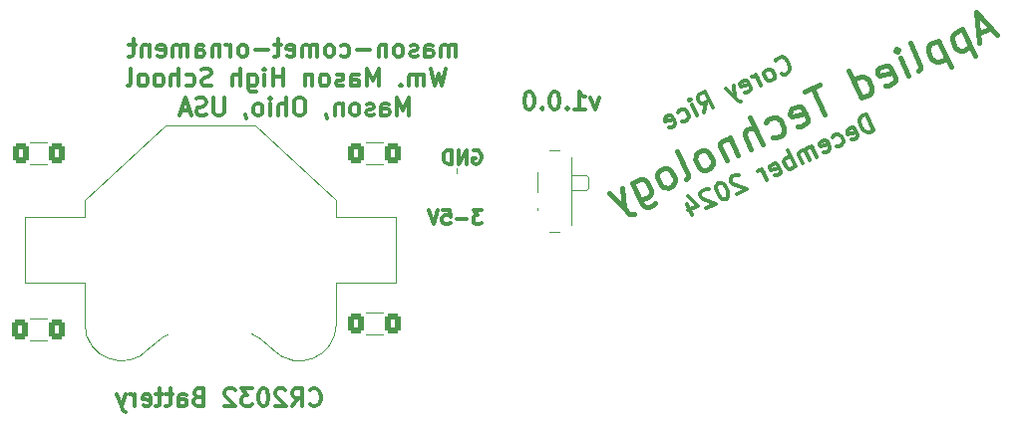
<source format=gbo>
%TF.GenerationSoftware,KiCad,Pcbnew,8.0.6*%
%TF.CreationDate,2024-11-25T21:33:12-05:00*%
%TF.ProjectId,mason-comet-ornament,6d61736f-6e2d-4636-9f6d-65742d6f726e,rev?*%
%TF.SameCoordinates,Original*%
%TF.FileFunction,Legend,Bot*%
%TF.FilePolarity,Positive*%
%FSLAX46Y46*%
G04 Gerber Fmt 4.6, Leading zero omitted, Abs format (unit mm)*
G04 Created by KiCad (PCBNEW 8.0.6) date 2024-11-25 21:33:12*
%MOMM*%
%LPD*%
G01*
G04 APERTURE LIST*
G04 Aperture macros list*
%AMRoundRect*
0 Rectangle with rounded corners*
0 $1 Rounding radius*
0 $2 $3 $4 $5 $6 $7 $8 $9 X,Y pos of 4 corners*
0 Add a 4 corners polygon primitive as box body*
4,1,4,$2,$3,$4,$5,$6,$7,$8,$9,$2,$3,0*
0 Add four circle primitives for the rounded corners*
1,1,$1+$1,$2,$3*
1,1,$1+$1,$4,$5*
1,1,$1+$1,$6,$7*
1,1,$1+$1,$8,$9*
0 Add four rect primitives between the rounded corners*
20,1,$1+$1,$2,$3,$4,$5,0*
20,1,$1+$1,$4,$5,$6,$7,0*
20,1,$1+$1,$6,$7,$8,$9,0*
20,1,$1+$1,$8,$9,$2,$3,0*%
G04 Aperture macros list end*
%ADD10C,0.300000*%
%ADD11C,0.400000*%
%ADD12C,0.120000*%
%ADD13C,0.100000*%
%ADD14RoundRect,0.250000X0.400000X0.625000X-0.400000X0.625000X-0.400000X-0.625000X0.400000X-0.625000X0*%
%ADD15RoundRect,0.250000X-0.400000X-0.625000X0.400000X-0.625000X0.400000X0.625000X-0.400000X0.625000X0*%
%ADD16R,5.000000X5.000000*%
%ADD17C,16.000000*%
%ADD18R,0.850000X0.850000*%
%ADD19C,0.900000*%
%ADD20R,0.800000X1.000000*%
%ADD21R,1.500000X0.700000*%
G04 APERTURE END LIST*
D10*
X61945489Y-38050828D02*
X61945489Y-36550828D01*
X61945489Y-36550828D02*
X61445489Y-37622257D01*
X61445489Y-37622257D02*
X60945489Y-36550828D01*
X60945489Y-36550828D02*
X60945489Y-38050828D01*
X59588346Y-38050828D02*
X59588346Y-37265114D01*
X59588346Y-37265114D02*
X59659774Y-37122257D01*
X59659774Y-37122257D02*
X59802631Y-37050828D01*
X59802631Y-37050828D02*
X60088346Y-37050828D01*
X60088346Y-37050828D02*
X60231203Y-37122257D01*
X59588346Y-37979400D02*
X59731203Y-38050828D01*
X59731203Y-38050828D02*
X60088346Y-38050828D01*
X60088346Y-38050828D02*
X60231203Y-37979400D01*
X60231203Y-37979400D02*
X60302631Y-37836542D01*
X60302631Y-37836542D02*
X60302631Y-37693685D01*
X60302631Y-37693685D02*
X60231203Y-37550828D01*
X60231203Y-37550828D02*
X60088346Y-37479400D01*
X60088346Y-37479400D02*
X59731203Y-37479400D01*
X59731203Y-37479400D02*
X59588346Y-37407971D01*
X58945488Y-37979400D02*
X58802631Y-38050828D01*
X58802631Y-38050828D02*
X58516917Y-38050828D01*
X58516917Y-38050828D02*
X58374060Y-37979400D01*
X58374060Y-37979400D02*
X58302631Y-37836542D01*
X58302631Y-37836542D02*
X58302631Y-37765114D01*
X58302631Y-37765114D02*
X58374060Y-37622257D01*
X58374060Y-37622257D02*
X58516917Y-37550828D01*
X58516917Y-37550828D02*
X58731203Y-37550828D01*
X58731203Y-37550828D02*
X58874060Y-37479400D01*
X58874060Y-37479400D02*
X58945488Y-37336542D01*
X58945488Y-37336542D02*
X58945488Y-37265114D01*
X58945488Y-37265114D02*
X58874060Y-37122257D01*
X58874060Y-37122257D02*
X58731203Y-37050828D01*
X58731203Y-37050828D02*
X58516917Y-37050828D01*
X58516917Y-37050828D02*
X58374060Y-37122257D01*
X57445488Y-38050828D02*
X57588345Y-37979400D01*
X57588345Y-37979400D02*
X57659774Y-37907971D01*
X57659774Y-37907971D02*
X57731202Y-37765114D01*
X57731202Y-37765114D02*
X57731202Y-37336542D01*
X57731202Y-37336542D02*
X57659774Y-37193685D01*
X57659774Y-37193685D02*
X57588345Y-37122257D01*
X57588345Y-37122257D02*
X57445488Y-37050828D01*
X57445488Y-37050828D02*
X57231202Y-37050828D01*
X57231202Y-37050828D02*
X57088345Y-37122257D01*
X57088345Y-37122257D02*
X57016917Y-37193685D01*
X57016917Y-37193685D02*
X56945488Y-37336542D01*
X56945488Y-37336542D02*
X56945488Y-37765114D01*
X56945488Y-37765114D02*
X57016917Y-37907971D01*
X57016917Y-37907971D02*
X57088345Y-37979400D01*
X57088345Y-37979400D02*
X57231202Y-38050828D01*
X57231202Y-38050828D02*
X57445488Y-38050828D01*
X56302631Y-37050828D02*
X56302631Y-38050828D01*
X56302631Y-37193685D02*
X56231202Y-37122257D01*
X56231202Y-37122257D02*
X56088345Y-37050828D01*
X56088345Y-37050828D02*
X55874059Y-37050828D01*
X55874059Y-37050828D02*
X55731202Y-37122257D01*
X55731202Y-37122257D02*
X55659774Y-37265114D01*
X55659774Y-37265114D02*
X55659774Y-38050828D01*
X54874059Y-37979400D02*
X54874059Y-38050828D01*
X54874059Y-38050828D02*
X54945488Y-38193685D01*
X54945488Y-38193685D02*
X55016916Y-38265114D01*
X52802630Y-36550828D02*
X52516916Y-36550828D01*
X52516916Y-36550828D02*
X52374059Y-36622257D01*
X52374059Y-36622257D02*
X52231202Y-36765114D01*
X52231202Y-36765114D02*
X52159773Y-37050828D01*
X52159773Y-37050828D02*
X52159773Y-37550828D01*
X52159773Y-37550828D02*
X52231202Y-37836542D01*
X52231202Y-37836542D02*
X52374059Y-37979400D01*
X52374059Y-37979400D02*
X52516916Y-38050828D01*
X52516916Y-38050828D02*
X52802630Y-38050828D01*
X52802630Y-38050828D02*
X52945488Y-37979400D01*
X52945488Y-37979400D02*
X53088345Y-37836542D01*
X53088345Y-37836542D02*
X53159773Y-37550828D01*
X53159773Y-37550828D02*
X53159773Y-37050828D01*
X53159773Y-37050828D02*
X53088345Y-36765114D01*
X53088345Y-36765114D02*
X52945488Y-36622257D01*
X52945488Y-36622257D02*
X52802630Y-36550828D01*
X51516916Y-38050828D02*
X51516916Y-36550828D01*
X50874059Y-38050828D02*
X50874059Y-37265114D01*
X50874059Y-37265114D02*
X50945487Y-37122257D01*
X50945487Y-37122257D02*
X51088344Y-37050828D01*
X51088344Y-37050828D02*
X51302630Y-37050828D01*
X51302630Y-37050828D02*
X51445487Y-37122257D01*
X51445487Y-37122257D02*
X51516916Y-37193685D01*
X50159773Y-38050828D02*
X50159773Y-37050828D01*
X50159773Y-36550828D02*
X50231201Y-36622257D01*
X50231201Y-36622257D02*
X50159773Y-36693685D01*
X50159773Y-36693685D02*
X50088344Y-36622257D01*
X50088344Y-36622257D02*
X50159773Y-36550828D01*
X50159773Y-36550828D02*
X50159773Y-36693685D01*
X49231201Y-38050828D02*
X49374058Y-37979400D01*
X49374058Y-37979400D02*
X49445487Y-37907971D01*
X49445487Y-37907971D02*
X49516915Y-37765114D01*
X49516915Y-37765114D02*
X49516915Y-37336542D01*
X49516915Y-37336542D02*
X49445487Y-37193685D01*
X49445487Y-37193685D02*
X49374058Y-37122257D01*
X49374058Y-37122257D02*
X49231201Y-37050828D01*
X49231201Y-37050828D02*
X49016915Y-37050828D01*
X49016915Y-37050828D02*
X48874058Y-37122257D01*
X48874058Y-37122257D02*
X48802630Y-37193685D01*
X48802630Y-37193685D02*
X48731201Y-37336542D01*
X48731201Y-37336542D02*
X48731201Y-37765114D01*
X48731201Y-37765114D02*
X48802630Y-37907971D01*
X48802630Y-37907971D02*
X48874058Y-37979400D01*
X48874058Y-37979400D02*
X49016915Y-38050828D01*
X49016915Y-38050828D02*
X49231201Y-38050828D01*
X48016915Y-37979400D02*
X48016915Y-38050828D01*
X48016915Y-38050828D02*
X48088344Y-38193685D01*
X48088344Y-38193685D02*
X48159772Y-38265114D01*
X46231201Y-36550828D02*
X46231201Y-37765114D01*
X46231201Y-37765114D02*
X46159772Y-37907971D01*
X46159772Y-37907971D02*
X46088344Y-37979400D01*
X46088344Y-37979400D02*
X45945486Y-38050828D01*
X45945486Y-38050828D02*
X45659772Y-38050828D01*
X45659772Y-38050828D02*
X45516915Y-37979400D01*
X45516915Y-37979400D02*
X45445486Y-37907971D01*
X45445486Y-37907971D02*
X45374058Y-37765114D01*
X45374058Y-37765114D02*
X45374058Y-36550828D01*
X44731200Y-37979400D02*
X44516915Y-38050828D01*
X44516915Y-38050828D02*
X44159772Y-38050828D01*
X44159772Y-38050828D02*
X44016915Y-37979400D01*
X44016915Y-37979400D02*
X43945486Y-37907971D01*
X43945486Y-37907971D02*
X43874057Y-37765114D01*
X43874057Y-37765114D02*
X43874057Y-37622257D01*
X43874057Y-37622257D02*
X43945486Y-37479400D01*
X43945486Y-37479400D02*
X44016915Y-37407971D01*
X44016915Y-37407971D02*
X44159772Y-37336542D01*
X44159772Y-37336542D02*
X44445486Y-37265114D01*
X44445486Y-37265114D02*
X44588343Y-37193685D01*
X44588343Y-37193685D02*
X44659772Y-37122257D01*
X44659772Y-37122257D02*
X44731200Y-36979400D01*
X44731200Y-36979400D02*
X44731200Y-36836542D01*
X44731200Y-36836542D02*
X44659772Y-36693685D01*
X44659772Y-36693685D02*
X44588343Y-36622257D01*
X44588343Y-36622257D02*
X44445486Y-36550828D01*
X44445486Y-36550828D02*
X44088343Y-36550828D01*
X44088343Y-36550828D02*
X43874057Y-36622257D01*
X43302629Y-37622257D02*
X42588344Y-37622257D01*
X43445486Y-38050828D02*
X42945486Y-36550828D01*
X42945486Y-36550828D02*
X42445486Y-38050828D01*
X53516984Y-62646779D02*
X53588412Y-62718208D01*
X53588412Y-62718208D02*
X53802698Y-62789636D01*
X53802698Y-62789636D02*
X53945555Y-62789636D01*
X53945555Y-62789636D02*
X54159841Y-62718208D01*
X54159841Y-62718208D02*
X54302698Y-62575350D01*
X54302698Y-62575350D02*
X54374127Y-62432493D01*
X54374127Y-62432493D02*
X54445555Y-62146779D01*
X54445555Y-62146779D02*
X54445555Y-61932493D01*
X54445555Y-61932493D02*
X54374127Y-61646779D01*
X54374127Y-61646779D02*
X54302698Y-61503922D01*
X54302698Y-61503922D02*
X54159841Y-61361065D01*
X54159841Y-61361065D02*
X53945555Y-61289636D01*
X53945555Y-61289636D02*
X53802698Y-61289636D01*
X53802698Y-61289636D02*
X53588412Y-61361065D01*
X53588412Y-61361065D02*
X53516984Y-61432493D01*
X52016984Y-62789636D02*
X52516984Y-62075350D01*
X52874127Y-62789636D02*
X52874127Y-61289636D01*
X52874127Y-61289636D02*
X52302698Y-61289636D01*
X52302698Y-61289636D02*
X52159841Y-61361065D01*
X52159841Y-61361065D02*
X52088412Y-61432493D01*
X52088412Y-61432493D02*
X52016984Y-61575350D01*
X52016984Y-61575350D02*
X52016984Y-61789636D01*
X52016984Y-61789636D02*
X52088412Y-61932493D01*
X52088412Y-61932493D02*
X52159841Y-62003922D01*
X52159841Y-62003922D02*
X52302698Y-62075350D01*
X52302698Y-62075350D02*
X52874127Y-62075350D01*
X51445555Y-61432493D02*
X51374127Y-61361065D01*
X51374127Y-61361065D02*
X51231270Y-61289636D01*
X51231270Y-61289636D02*
X50874127Y-61289636D01*
X50874127Y-61289636D02*
X50731270Y-61361065D01*
X50731270Y-61361065D02*
X50659841Y-61432493D01*
X50659841Y-61432493D02*
X50588412Y-61575350D01*
X50588412Y-61575350D02*
X50588412Y-61718208D01*
X50588412Y-61718208D02*
X50659841Y-61932493D01*
X50659841Y-61932493D02*
X51516984Y-62789636D01*
X51516984Y-62789636D02*
X50588412Y-62789636D01*
X49659841Y-61289636D02*
X49516984Y-61289636D01*
X49516984Y-61289636D02*
X49374127Y-61361065D01*
X49374127Y-61361065D02*
X49302699Y-61432493D01*
X49302699Y-61432493D02*
X49231270Y-61575350D01*
X49231270Y-61575350D02*
X49159841Y-61861065D01*
X49159841Y-61861065D02*
X49159841Y-62218208D01*
X49159841Y-62218208D02*
X49231270Y-62503922D01*
X49231270Y-62503922D02*
X49302699Y-62646779D01*
X49302699Y-62646779D02*
X49374127Y-62718208D01*
X49374127Y-62718208D02*
X49516984Y-62789636D01*
X49516984Y-62789636D02*
X49659841Y-62789636D01*
X49659841Y-62789636D02*
X49802699Y-62718208D01*
X49802699Y-62718208D02*
X49874127Y-62646779D01*
X49874127Y-62646779D02*
X49945556Y-62503922D01*
X49945556Y-62503922D02*
X50016984Y-62218208D01*
X50016984Y-62218208D02*
X50016984Y-61861065D01*
X50016984Y-61861065D02*
X49945556Y-61575350D01*
X49945556Y-61575350D02*
X49874127Y-61432493D01*
X49874127Y-61432493D02*
X49802699Y-61361065D01*
X49802699Y-61361065D02*
X49659841Y-61289636D01*
X48659842Y-61289636D02*
X47731270Y-61289636D01*
X47731270Y-61289636D02*
X48231270Y-61861065D01*
X48231270Y-61861065D02*
X48016985Y-61861065D01*
X48016985Y-61861065D02*
X47874128Y-61932493D01*
X47874128Y-61932493D02*
X47802699Y-62003922D01*
X47802699Y-62003922D02*
X47731270Y-62146779D01*
X47731270Y-62146779D02*
X47731270Y-62503922D01*
X47731270Y-62503922D02*
X47802699Y-62646779D01*
X47802699Y-62646779D02*
X47874128Y-62718208D01*
X47874128Y-62718208D02*
X48016985Y-62789636D01*
X48016985Y-62789636D02*
X48445556Y-62789636D01*
X48445556Y-62789636D02*
X48588413Y-62718208D01*
X48588413Y-62718208D02*
X48659842Y-62646779D01*
X47159842Y-61432493D02*
X47088414Y-61361065D01*
X47088414Y-61361065D02*
X46945557Y-61289636D01*
X46945557Y-61289636D02*
X46588414Y-61289636D01*
X46588414Y-61289636D02*
X46445557Y-61361065D01*
X46445557Y-61361065D02*
X46374128Y-61432493D01*
X46374128Y-61432493D02*
X46302699Y-61575350D01*
X46302699Y-61575350D02*
X46302699Y-61718208D01*
X46302699Y-61718208D02*
X46374128Y-61932493D01*
X46374128Y-61932493D02*
X47231271Y-62789636D01*
X47231271Y-62789636D02*
X46302699Y-62789636D01*
X44016986Y-62003922D02*
X43802700Y-62075350D01*
X43802700Y-62075350D02*
X43731271Y-62146779D01*
X43731271Y-62146779D02*
X43659843Y-62289636D01*
X43659843Y-62289636D02*
X43659843Y-62503922D01*
X43659843Y-62503922D02*
X43731271Y-62646779D01*
X43731271Y-62646779D02*
X43802700Y-62718208D01*
X43802700Y-62718208D02*
X43945557Y-62789636D01*
X43945557Y-62789636D02*
X44516986Y-62789636D01*
X44516986Y-62789636D02*
X44516986Y-61289636D01*
X44516986Y-61289636D02*
X44016986Y-61289636D01*
X44016986Y-61289636D02*
X43874129Y-61361065D01*
X43874129Y-61361065D02*
X43802700Y-61432493D01*
X43802700Y-61432493D02*
X43731271Y-61575350D01*
X43731271Y-61575350D02*
X43731271Y-61718208D01*
X43731271Y-61718208D02*
X43802700Y-61861065D01*
X43802700Y-61861065D02*
X43874129Y-61932493D01*
X43874129Y-61932493D02*
X44016986Y-62003922D01*
X44016986Y-62003922D02*
X44516986Y-62003922D01*
X42374129Y-62789636D02*
X42374129Y-62003922D01*
X42374129Y-62003922D02*
X42445557Y-61861065D01*
X42445557Y-61861065D02*
X42588414Y-61789636D01*
X42588414Y-61789636D02*
X42874129Y-61789636D01*
X42874129Y-61789636D02*
X43016986Y-61861065D01*
X42374129Y-62718208D02*
X42516986Y-62789636D01*
X42516986Y-62789636D02*
X42874129Y-62789636D01*
X42874129Y-62789636D02*
X43016986Y-62718208D01*
X43016986Y-62718208D02*
X43088414Y-62575350D01*
X43088414Y-62575350D02*
X43088414Y-62432493D01*
X43088414Y-62432493D02*
X43016986Y-62289636D01*
X43016986Y-62289636D02*
X42874129Y-62218208D01*
X42874129Y-62218208D02*
X42516986Y-62218208D01*
X42516986Y-62218208D02*
X42374129Y-62146779D01*
X41874128Y-61789636D02*
X41302700Y-61789636D01*
X41659843Y-61289636D02*
X41659843Y-62575350D01*
X41659843Y-62575350D02*
X41588414Y-62718208D01*
X41588414Y-62718208D02*
X41445557Y-62789636D01*
X41445557Y-62789636D02*
X41302700Y-62789636D01*
X41016985Y-61789636D02*
X40445557Y-61789636D01*
X40802700Y-61289636D02*
X40802700Y-62575350D01*
X40802700Y-62575350D02*
X40731271Y-62718208D01*
X40731271Y-62718208D02*
X40588414Y-62789636D01*
X40588414Y-62789636D02*
X40445557Y-62789636D01*
X39374128Y-62718208D02*
X39516985Y-62789636D01*
X39516985Y-62789636D02*
X39802700Y-62789636D01*
X39802700Y-62789636D02*
X39945557Y-62718208D01*
X39945557Y-62718208D02*
X40016985Y-62575350D01*
X40016985Y-62575350D02*
X40016985Y-62003922D01*
X40016985Y-62003922D02*
X39945557Y-61861065D01*
X39945557Y-61861065D02*
X39802700Y-61789636D01*
X39802700Y-61789636D02*
X39516985Y-61789636D01*
X39516985Y-61789636D02*
X39374128Y-61861065D01*
X39374128Y-61861065D02*
X39302700Y-62003922D01*
X39302700Y-62003922D02*
X39302700Y-62146779D01*
X39302700Y-62146779D02*
X40016985Y-62289636D01*
X38659843Y-62789636D02*
X38659843Y-61789636D01*
X38659843Y-62075350D02*
X38588414Y-61932493D01*
X38588414Y-61932493D02*
X38516986Y-61861065D01*
X38516986Y-61861065D02*
X38374128Y-61789636D01*
X38374128Y-61789636D02*
X38231271Y-61789636D01*
X37874129Y-61789636D02*
X37516986Y-62789636D01*
X37159843Y-61789636D02*
X37516986Y-62789636D01*
X37516986Y-62789636D02*
X37659843Y-63146779D01*
X37659843Y-63146779D02*
X37731272Y-63218208D01*
X37731272Y-63218208D02*
X37874129Y-63289636D01*
X65088346Y-34050828D02*
X64731203Y-35550828D01*
X64731203Y-35550828D02*
X64445489Y-34479400D01*
X64445489Y-34479400D02*
X64159774Y-35550828D01*
X64159774Y-35550828D02*
X63802632Y-34050828D01*
X63231203Y-35550828D02*
X63231203Y-34550828D01*
X63231203Y-34693685D02*
X63159774Y-34622257D01*
X63159774Y-34622257D02*
X63016917Y-34550828D01*
X63016917Y-34550828D02*
X62802631Y-34550828D01*
X62802631Y-34550828D02*
X62659774Y-34622257D01*
X62659774Y-34622257D02*
X62588346Y-34765114D01*
X62588346Y-34765114D02*
X62588346Y-35550828D01*
X62588346Y-34765114D02*
X62516917Y-34622257D01*
X62516917Y-34622257D02*
X62374060Y-34550828D01*
X62374060Y-34550828D02*
X62159774Y-34550828D01*
X62159774Y-34550828D02*
X62016917Y-34622257D01*
X62016917Y-34622257D02*
X61945488Y-34765114D01*
X61945488Y-34765114D02*
X61945488Y-35550828D01*
X61231203Y-35407971D02*
X61159774Y-35479400D01*
X61159774Y-35479400D02*
X61231203Y-35550828D01*
X61231203Y-35550828D02*
X61302631Y-35479400D01*
X61302631Y-35479400D02*
X61231203Y-35407971D01*
X61231203Y-35407971D02*
X61231203Y-35550828D01*
X59374060Y-35550828D02*
X59374060Y-34050828D01*
X59374060Y-34050828D02*
X58874060Y-35122257D01*
X58874060Y-35122257D02*
X58374060Y-34050828D01*
X58374060Y-34050828D02*
X58374060Y-35550828D01*
X57016917Y-35550828D02*
X57016917Y-34765114D01*
X57016917Y-34765114D02*
X57088345Y-34622257D01*
X57088345Y-34622257D02*
X57231202Y-34550828D01*
X57231202Y-34550828D02*
X57516917Y-34550828D01*
X57516917Y-34550828D02*
X57659774Y-34622257D01*
X57016917Y-35479400D02*
X57159774Y-35550828D01*
X57159774Y-35550828D02*
X57516917Y-35550828D01*
X57516917Y-35550828D02*
X57659774Y-35479400D01*
X57659774Y-35479400D02*
X57731202Y-35336542D01*
X57731202Y-35336542D02*
X57731202Y-35193685D01*
X57731202Y-35193685D02*
X57659774Y-35050828D01*
X57659774Y-35050828D02*
X57516917Y-34979400D01*
X57516917Y-34979400D02*
X57159774Y-34979400D01*
X57159774Y-34979400D02*
X57016917Y-34907971D01*
X56374059Y-35479400D02*
X56231202Y-35550828D01*
X56231202Y-35550828D02*
X55945488Y-35550828D01*
X55945488Y-35550828D02*
X55802631Y-35479400D01*
X55802631Y-35479400D02*
X55731202Y-35336542D01*
X55731202Y-35336542D02*
X55731202Y-35265114D01*
X55731202Y-35265114D02*
X55802631Y-35122257D01*
X55802631Y-35122257D02*
X55945488Y-35050828D01*
X55945488Y-35050828D02*
X56159774Y-35050828D01*
X56159774Y-35050828D02*
X56302631Y-34979400D01*
X56302631Y-34979400D02*
X56374059Y-34836542D01*
X56374059Y-34836542D02*
X56374059Y-34765114D01*
X56374059Y-34765114D02*
X56302631Y-34622257D01*
X56302631Y-34622257D02*
X56159774Y-34550828D01*
X56159774Y-34550828D02*
X55945488Y-34550828D01*
X55945488Y-34550828D02*
X55802631Y-34622257D01*
X54874059Y-35550828D02*
X55016916Y-35479400D01*
X55016916Y-35479400D02*
X55088345Y-35407971D01*
X55088345Y-35407971D02*
X55159773Y-35265114D01*
X55159773Y-35265114D02*
X55159773Y-34836542D01*
X55159773Y-34836542D02*
X55088345Y-34693685D01*
X55088345Y-34693685D02*
X55016916Y-34622257D01*
X55016916Y-34622257D02*
X54874059Y-34550828D01*
X54874059Y-34550828D02*
X54659773Y-34550828D01*
X54659773Y-34550828D02*
X54516916Y-34622257D01*
X54516916Y-34622257D02*
X54445488Y-34693685D01*
X54445488Y-34693685D02*
X54374059Y-34836542D01*
X54374059Y-34836542D02*
X54374059Y-35265114D01*
X54374059Y-35265114D02*
X54445488Y-35407971D01*
X54445488Y-35407971D02*
X54516916Y-35479400D01*
X54516916Y-35479400D02*
X54659773Y-35550828D01*
X54659773Y-35550828D02*
X54874059Y-35550828D01*
X53731202Y-34550828D02*
X53731202Y-35550828D01*
X53731202Y-34693685D02*
X53659773Y-34622257D01*
X53659773Y-34622257D02*
X53516916Y-34550828D01*
X53516916Y-34550828D02*
X53302630Y-34550828D01*
X53302630Y-34550828D02*
X53159773Y-34622257D01*
X53159773Y-34622257D02*
X53088345Y-34765114D01*
X53088345Y-34765114D02*
X53088345Y-35550828D01*
X51231202Y-35550828D02*
X51231202Y-34050828D01*
X51231202Y-34765114D02*
X50374059Y-34765114D01*
X50374059Y-35550828D02*
X50374059Y-34050828D01*
X49659773Y-35550828D02*
X49659773Y-34550828D01*
X49659773Y-34050828D02*
X49731201Y-34122257D01*
X49731201Y-34122257D02*
X49659773Y-34193685D01*
X49659773Y-34193685D02*
X49588344Y-34122257D01*
X49588344Y-34122257D02*
X49659773Y-34050828D01*
X49659773Y-34050828D02*
X49659773Y-34193685D01*
X48302630Y-34550828D02*
X48302630Y-35765114D01*
X48302630Y-35765114D02*
X48374058Y-35907971D01*
X48374058Y-35907971D02*
X48445487Y-35979400D01*
X48445487Y-35979400D02*
X48588344Y-36050828D01*
X48588344Y-36050828D02*
X48802630Y-36050828D01*
X48802630Y-36050828D02*
X48945487Y-35979400D01*
X48302630Y-35479400D02*
X48445487Y-35550828D01*
X48445487Y-35550828D02*
X48731201Y-35550828D01*
X48731201Y-35550828D02*
X48874058Y-35479400D01*
X48874058Y-35479400D02*
X48945487Y-35407971D01*
X48945487Y-35407971D02*
X49016915Y-35265114D01*
X49016915Y-35265114D02*
X49016915Y-34836542D01*
X49016915Y-34836542D02*
X48945487Y-34693685D01*
X48945487Y-34693685D02*
X48874058Y-34622257D01*
X48874058Y-34622257D02*
X48731201Y-34550828D01*
X48731201Y-34550828D02*
X48445487Y-34550828D01*
X48445487Y-34550828D02*
X48302630Y-34622257D01*
X47588344Y-35550828D02*
X47588344Y-34050828D01*
X46945487Y-35550828D02*
X46945487Y-34765114D01*
X46945487Y-34765114D02*
X47016915Y-34622257D01*
X47016915Y-34622257D02*
X47159772Y-34550828D01*
X47159772Y-34550828D02*
X47374058Y-34550828D01*
X47374058Y-34550828D02*
X47516915Y-34622257D01*
X47516915Y-34622257D02*
X47588344Y-34693685D01*
X45159772Y-35479400D02*
X44945487Y-35550828D01*
X44945487Y-35550828D02*
X44588344Y-35550828D01*
X44588344Y-35550828D02*
X44445487Y-35479400D01*
X44445487Y-35479400D02*
X44374058Y-35407971D01*
X44374058Y-35407971D02*
X44302629Y-35265114D01*
X44302629Y-35265114D02*
X44302629Y-35122257D01*
X44302629Y-35122257D02*
X44374058Y-34979400D01*
X44374058Y-34979400D02*
X44445487Y-34907971D01*
X44445487Y-34907971D02*
X44588344Y-34836542D01*
X44588344Y-34836542D02*
X44874058Y-34765114D01*
X44874058Y-34765114D02*
X45016915Y-34693685D01*
X45016915Y-34693685D02*
X45088344Y-34622257D01*
X45088344Y-34622257D02*
X45159772Y-34479400D01*
X45159772Y-34479400D02*
X45159772Y-34336542D01*
X45159772Y-34336542D02*
X45088344Y-34193685D01*
X45088344Y-34193685D02*
X45016915Y-34122257D01*
X45016915Y-34122257D02*
X44874058Y-34050828D01*
X44874058Y-34050828D02*
X44516915Y-34050828D01*
X44516915Y-34050828D02*
X44302629Y-34122257D01*
X43016916Y-35479400D02*
X43159773Y-35550828D01*
X43159773Y-35550828D02*
X43445487Y-35550828D01*
X43445487Y-35550828D02*
X43588344Y-35479400D01*
X43588344Y-35479400D02*
X43659773Y-35407971D01*
X43659773Y-35407971D02*
X43731201Y-35265114D01*
X43731201Y-35265114D02*
X43731201Y-34836542D01*
X43731201Y-34836542D02*
X43659773Y-34693685D01*
X43659773Y-34693685D02*
X43588344Y-34622257D01*
X43588344Y-34622257D02*
X43445487Y-34550828D01*
X43445487Y-34550828D02*
X43159773Y-34550828D01*
X43159773Y-34550828D02*
X43016916Y-34622257D01*
X42374059Y-35550828D02*
X42374059Y-34050828D01*
X41731202Y-35550828D02*
X41731202Y-34765114D01*
X41731202Y-34765114D02*
X41802630Y-34622257D01*
X41802630Y-34622257D02*
X41945487Y-34550828D01*
X41945487Y-34550828D02*
X42159773Y-34550828D01*
X42159773Y-34550828D02*
X42302630Y-34622257D01*
X42302630Y-34622257D02*
X42374059Y-34693685D01*
X40802630Y-35550828D02*
X40945487Y-35479400D01*
X40945487Y-35479400D02*
X41016916Y-35407971D01*
X41016916Y-35407971D02*
X41088344Y-35265114D01*
X41088344Y-35265114D02*
X41088344Y-34836542D01*
X41088344Y-34836542D02*
X41016916Y-34693685D01*
X41016916Y-34693685D02*
X40945487Y-34622257D01*
X40945487Y-34622257D02*
X40802630Y-34550828D01*
X40802630Y-34550828D02*
X40588344Y-34550828D01*
X40588344Y-34550828D02*
X40445487Y-34622257D01*
X40445487Y-34622257D02*
X40374059Y-34693685D01*
X40374059Y-34693685D02*
X40302630Y-34836542D01*
X40302630Y-34836542D02*
X40302630Y-35265114D01*
X40302630Y-35265114D02*
X40374059Y-35407971D01*
X40374059Y-35407971D02*
X40445487Y-35479400D01*
X40445487Y-35479400D02*
X40588344Y-35550828D01*
X40588344Y-35550828D02*
X40802630Y-35550828D01*
X39445487Y-35550828D02*
X39588344Y-35479400D01*
X39588344Y-35479400D02*
X39659773Y-35407971D01*
X39659773Y-35407971D02*
X39731201Y-35265114D01*
X39731201Y-35265114D02*
X39731201Y-34836542D01*
X39731201Y-34836542D02*
X39659773Y-34693685D01*
X39659773Y-34693685D02*
X39588344Y-34622257D01*
X39588344Y-34622257D02*
X39445487Y-34550828D01*
X39445487Y-34550828D02*
X39231201Y-34550828D01*
X39231201Y-34550828D02*
X39088344Y-34622257D01*
X39088344Y-34622257D02*
X39016916Y-34693685D01*
X39016916Y-34693685D02*
X38945487Y-34836542D01*
X38945487Y-34836542D02*
X38945487Y-35265114D01*
X38945487Y-35265114D02*
X39016916Y-35407971D01*
X39016916Y-35407971D02*
X39088344Y-35479400D01*
X39088344Y-35479400D02*
X39231201Y-35550828D01*
X39231201Y-35550828D02*
X39445487Y-35550828D01*
X38088344Y-35550828D02*
X38231201Y-35479400D01*
X38231201Y-35479400D02*
X38302630Y-35336542D01*
X38302630Y-35336542D02*
X38302630Y-34050828D01*
X65945489Y-33050828D02*
X65945489Y-32050828D01*
X65945489Y-32193685D02*
X65874060Y-32122257D01*
X65874060Y-32122257D02*
X65731203Y-32050828D01*
X65731203Y-32050828D02*
X65516917Y-32050828D01*
X65516917Y-32050828D02*
X65374060Y-32122257D01*
X65374060Y-32122257D02*
X65302632Y-32265114D01*
X65302632Y-32265114D02*
X65302632Y-33050828D01*
X65302632Y-32265114D02*
X65231203Y-32122257D01*
X65231203Y-32122257D02*
X65088346Y-32050828D01*
X65088346Y-32050828D02*
X64874060Y-32050828D01*
X64874060Y-32050828D02*
X64731203Y-32122257D01*
X64731203Y-32122257D02*
X64659774Y-32265114D01*
X64659774Y-32265114D02*
X64659774Y-33050828D01*
X63302632Y-33050828D02*
X63302632Y-32265114D01*
X63302632Y-32265114D02*
X63374060Y-32122257D01*
X63374060Y-32122257D02*
X63516917Y-32050828D01*
X63516917Y-32050828D02*
X63802632Y-32050828D01*
X63802632Y-32050828D02*
X63945489Y-32122257D01*
X63302632Y-32979400D02*
X63445489Y-33050828D01*
X63445489Y-33050828D02*
X63802632Y-33050828D01*
X63802632Y-33050828D02*
X63945489Y-32979400D01*
X63945489Y-32979400D02*
X64016917Y-32836542D01*
X64016917Y-32836542D02*
X64016917Y-32693685D01*
X64016917Y-32693685D02*
X63945489Y-32550828D01*
X63945489Y-32550828D02*
X63802632Y-32479400D01*
X63802632Y-32479400D02*
X63445489Y-32479400D01*
X63445489Y-32479400D02*
X63302632Y-32407971D01*
X62659774Y-32979400D02*
X62516917Y-33050828D01*
X62516917Y-33050828D02*
X62231203Y-33050828D01*
X62231203Y-33050828D02*
X62088346Y-32979400D01*
X62088346Y-32979400D02*
X62016917Y-32836542D01*
X62016917Y-32836542D02*
X62016917Y-32765114D01*
X62016917Y-32765114D02*
X62088346Y-32622257D01*
X62088346Y-32622257D02*
X62231203Y-32550828D01*
X62231203Y-32550828D02*
X62445489Y-32550828D01*
X62445489Y-32550828D02*
X62588346Y-32479400D01*
X62588346Y-32479400D02*
X62659774Y-32336542D01*
X62659774Y-32336542D02*
X62659774Y-32265114D01*
X62659774Y-32265114D02*
X62588346Y-32122257D01*
X62588346Y-32122257D02*
X62445489Y-32050828D01*
X62445489Y-32050828D02*
X62231203Y-32050828D01*
X62231203Y-32050828D02*
X62088346Y-32122257D01*
X61159774Y-33050828D02*
X61302631Y-32979400D01*
X61302631Y-32979400D02*
X61374060Y-32907971D01*
X61374060Y-32907971D02*
X61445488Y-32765114D01*
X61445488Y-32765114D02*
X61445488Y-32336542D01*
X61445488Y-32336542D02*
X61374060Y-32193685D01*
X61374060Y-32193685D02*
X61302631Y-32122257D01*
X61302631Y-32122257D02*
X61159774Y-32050828D01*
X61159774Y-32050828D02*
X60945488Y-32050828D01*
X60945488Y-32050828D02*
X60802631Y-32122257D01*
X60802631Y-32122257D02*
X60731203Y-32193685D01*
X60731203Y-32193685D02*
X60659774Y-32336542D01*
X60659774Y-32336542D02*
X60659774Y-32765114D01*
X60659774Y-32765114D02*
X60731203Y-32907971D01*
X60731203Y-32907971D02*
X60802631Y-32979400D01*
X60802631Y-32979400D02*
X60945488Y-33050828D01*
X60945488Y-33050828D02*
X61159774Y-33050828D01*
X60016917Y-32050828D02*
X60016917Y-33050828D01*
X60016917Y-32193685D02*
X59945488Y-32122257D01*
X59945488Y-32122257D02*
X59802631Y-32050828D01*
X59802631Y-32050828D02*
X59588345Y-32050828D01*
X59588345Y-32050828D02*
X59445488Y-32122257D01*
X59445488Y-32122257D02*
X59374060Y-32265114D01*
X59374060Y-32265114D02*
X59374060Y-33050828D01*
X58659774Y-32479400D02*
X57516917Y-32479400D01*
X56159774Y-32979400D02*
X56302631Y-33050828D01*
X56302631Y-33050828D02*
X56588345Y-33050828D01*
X56588345Y-33050828D02*
X56731202Y-32979400D01*
X56731202Y-32979400D02*
X56802631Y-32907971D01*
X56802631Y-32907971D02*
X56874059Y-32765114D01*
X56874059Y-32765114D02*
X56874059Y-32336542D01*
X56874059Y-32336542D02*
X56802631Y-32193685D01*
X56802631Y-32193685D02*
X56731202Y-32122257D01*
X56731202Y-32122257D02*
X56588345Y-32050828D01*
X56588345Y-32050828D02*
X56302631Y-32050828D01*
X56302631Y-32050828D02*
X56159774Y-32122257D01*
X55302631Y-33050828D02*
X55445488Y-32979400D01*
X55445488Y-32979400D02*
X55516917Y-32907971D01*
X55516917Y-32907971D02*
X55588345Y-32765114D01*
X55588345Y-32765114D02*
X55588345Y-32336542D01*
X55588345Y-32336542D02*
X55516917Y-32193685D01*
X55516917Y-32193685D02*
X55445488Y-32122257D01*
X55445488Y-32122257D02*
X55302631Y-32050828D01*
X55302631Y-32050828D02*
X55088345Y-32050828D01*
X55088345Y-32050828D02*
X54945488Y-32122257D01*
X54945488Y-32122257D02*
X54874060Y-32193685D01*
X54874060Y-32193685D02*
X54802631Y-32336542D01*
X54802631Y-32336542D02*
X54802631Y-32765114D01*
X54802631Y-32765114D02*
X54874060Y-32907971D01*
X54874060Y-32907971D02*
X54945488Y-32979400D01*
X54945488Y-32979400D02*
X55088345Y-33050828D01*
X55088345Y-33050828D02*
X55302631Y-33050828D01*
X54159774Y-33050828D02*
X54159774Y-32050828D01*
X54159774Y-32193685D02*
X54088345Y-32122257D01*
X54088345Y-32122257D02*
X53945488Y-32050828D01*
X53945488Y-32050828D02*
X53731202Y-32050828D01*
X53731202Y-32050828D02*
X53588345Y-32122257D01*
X53588345Y-32122257D02*
X53516917Y-32265114D01*
X53516917Y-32265114D02*
X53516917Y-33050828D01*
X53516917Y-32265114D02*
X53445488Y-32122257D01*
X53445488Y-32122257D02*
X53302631Y-32050828D01*
X53302631Y-32050828D02*
X53088345Y-32050828D01*
X53088345Y-32050828D02*
X52945488Y-32122257D01*
X52945488Y-32122257D02*
X52874059Y-32265114D01*
X52874059Y-32265114D02*
X52874059Y-33050828D01*
X51588345Y-32979400D02*
X51731202Y-33050828D01*
X51731202Y-33050828D02*
X52016917Y-33050828D01*
X52016917Y-33050828D02*
X52159774Y-32979400D01*
X52159774Y-32979400D02*
X52231202Y-32836542D01*
X52231202Y-32836542D02*
X52231202Y-32265114D01*
X52231202Y-32265114D02*
X52159774Y-32122257D01*
X52159774Y-32122257D02*
X52016917Y-32050828D01*
X52016917Y-32050828D02*
X51731202Y-32050828D01*
X51731202Y-32050828D02*
X51588345Y-32122257D01*
X51588345Y-32122257D02*
X51516917Y-32265114D01*
X51516917Y-32265114D02*
X51516917Y-32407971D01*
X51516917Y-32407971D02*
X52231202Y-32550828D01*
X51088345Y-32050828D02*
X50516917Y-32050828D01*
X50874060Y-31550828D02*
X50874060Y-32836542D01*
X50874060Y-32836542D02*
X50802631Y-32979400D01*
X50802631Y-32979400D02*
X50659774Y-33050828D01*
X50659774Y-33050828D02*
X50516917Y-33050828D01*
X50016917Y-32479400D02*
X48874060Y-32479400D01*
X47945488Y-33050828D02*
X48088345Y-32979400D01*
X48088345Y-32979400D02*
X48159774Y-32907971D01*
X48159774Y-32907971D02*
X48231202Y-32765114D01*
X48231202Y-32765114D02*
X48231202Y-32336542D01*
X48231202Y-32336542D02*
X48159774Y-32193685D01*
X48159774Y-32193685D02*
X48088345Y-32122257D01*
X48088345Y-32122257D02*
X47945488Y-32050828D01*
X47945488Y-32050828D02*
X47731202Y-32050828D01*
X47731202Y-32050828D02*
X47588345Y-32122257D01*
X47588345Y-32122257D02*
X47516917Y-32193685D01*
X47516917Y-32193685D02*
X47445488Y-32336542D01*
X47445488Y-32336542D02*
X47445488Y-32765114D01*
X47445488Y-32765114D02*
X47516917Y-32907971D01*
X47516917Y-32907971D02*
X47588345Y-32979400D01*
X47588345Y-32979400D02*
X47731202Y-33050828D01*
X47731202Y-33050828D02*
X47945488Y-33050828D01*
X46802631Y-33050828D02*
X46802631Y-32050828D01*
X46802631Y-32336542D02*
X46731202Y-32193685D01*
X46731202Y-32193685D02*
X46659774Y-32122257D01*
X46659774Y-32122257D02*
X46516916Y-32050828D01*
X46516916Y-32050828D02*
X46374059Y-32050828D01*
X45874060Y-32050828D02*
X45874060Y-33050828D01*
X45874060Y-32193685D02*
X45802631Y-32122257D01*
X45802631Y-32122257D02*
X45659774Y-32050828D01*
X45659774Y-32050828D02*
X45445488Y-32050828D01*
X45445488Y-32050828D02*
X45302631Y-32122257D01*
X45302631Y-32122257D02*
X45231203Y-32265114D01*
X45231203Y-32265114D02*
X45231203Y-33050828D01*
X43874060Y-33050828D02*
X43874060Y-32265114D01*
X43874060Y-32265114D02*
X43945488Y-32122257D01*
X43945488Y-32122257D02*
X44088345Y-32050828D01*
X44088345Y-32050828D02*
X44374060Y-32050828D01*
X44374060Y-32050828D02*
X44516917Y-32122257D01*
X43874060Y-32979400D02*
X44016917Y-33050828D01*
X44016917Y-33050828D02*
X44374060Y-33050828D01*
X44374060Y-33050828D02*
X44516917Y-32979400D01*
X44516917Y-32979400D02*
X44588345Y-32836542D01*
X44588345Y-32836542D02*
X44588345Y-32693685D01*
X44588345Y-32693685D02*
X44516917Y-32550828D01*
X44516917Y-32550828D02*
X44374060Y-32479400D01*
X44374060Y-32479400D02*
X44016917Y-32479400D01*
X44016917Y-32479400D02*
X43874060Y-32407971D01*
X43159774Y-33050828D02*
X43159774Y-32050828D01*
X43159774Y-32193685D02*
X43088345Y-32122257D01*
X43088345Y-32122257D02*
X42945488Y-32050828D01*
X42945488Y-32050828D02*
X42731202Y-32050828D01*
X42731202Y-32050828D02*
X42588345Y-32122257D01*
X42588345Y-32122257D02*
X42516917Y-32265114D01*
X42516917Y-32265114D02*
X42516917Y-33050828D01*
X42516917Y-32265114D02*
X42445488Y-32122257D01*
X42445488Y-32122257D02*
X42302631Y-32050828D01*
X42302631Y-32050828D02*
X42088345Y-32050828D01*
X42088345Y-32050828D02*
X41945488Y-32122257D01*
X41945488Y-32122257D02*
X41874059Y-32265114D01*
X41874059Y-32265114D02*
X41874059Y-33050828D01*
X40588345Y-32979400D02*
X40731202Y-33050828D01*
X40731202Y-33050828D02*
X41016917Y-33050828D01*
X41016917Y-33050828D02*
X41159774Y-32979400D01*
X41159774Y-32979400D02*
X41231202Y-32836542D01*
X41231202Y-32836542D02*
X41231202Y-32265114D01*
X41231202Y-32265114D02*
X41159774Y-32122257D01*
X41159774Y-32122257D02*
X41016917Y-32050828D01*
X41016917Y-32050828D02*
X40731202Y-32050828D01*
X40731202Y-32050828D02*
X40588345Y-32122257D01*
X40588345Y-32122257D02*
X40516917Y-32265114D01*
X40516917Y-32265114D02*
X40516917Y-32407971D01*
X40516917Y-32407971D02*
X41231202Y-32550828D01*
X39874060Y-32050828D02*
X39874060Y-33050828D01*
X39874060Y-32193685D02*
X39802631Y-32122257D01*
X39802631Y-32122257D02*
X39659774Y-32050828D01*
X39659774Y-32050828D02*
X39445488Y-32050828D01*
X39445488Y-32050828D02*
X39302631Y-32122257D01*
X39302631Y-32122257D02*
X39231203Y-32265114D01*
X39231203Y-32265114D02*
X39231203Y-33050828D01*
X38731202Y-32050828D02*
X38159774Y-32050828D01*
X38516917Y-31550828D02*
X38516917Y-32836542D01*
X38516917Y-32836542D02*
X38445488Y-32979400D01*
X38445488Y-32979400D02*
X38302631Y-33050828D01*
X38302631Y-33050828D02*
X38159774Y-33050828D01*
X78088346Y-36550828D02*
X77731203Y-37550828D01*
X77731203Y-37550828D02*
X77374060Y-36550828D01*
X76016917Y-37550828D02*
X76874060Y-37550828D01*
X76445489Y-37550828D02*
X76445489Y-36050828D01*
X76445489Y-36050828D02*
X76588346Y-36265114D01*
X76588346Y-36265114D02*
X76731203Y-36407971D01*
X76731203Y-36407971D02*
X76874060Y-36479400D01*
X75374061Y-37407971D02*
X75302632Y-37479400D01*
X75302632Y-37479400D02*
X75374061Y-37550828D01*
X75374061Y-37550828D02*
X75445489Y-37479400D01*
X75445489Y-37479400D02*
X75374061Y-37407971D01*
X75374061Y-37407971D02*
X75374061Y-37550828D01*
X74374060Y-36050828D02*
X74231203Y-36050828D01*
X74231203Y-36050828D02*
X74088346Y-36122257D01*
X74088346Y-36122257D02*
X74016918Y-36193685D01*
X74016918Y-36193685D02*
X73945489Y-36336542D01*
X73945489Y-36336542D02*
X73874060Y-36622257D01*
X73874060Y-36622257D02*
X73874060Y-36979400D01*
X73874060Y-36979400D02*
X73945489Y-37265114D01*
X73945489Y-37265114D02*
X74016918Y-37407971D01*
X74016918Y-37407971D02*
X74088346Y-37479400D01*
X74088346Y-37479400D02*
X74231203Y-37550828D01*
X74231203Y-37550828D02*
X74374060Y-37550828D01*
X74374060Y-37550828D02*
X74516918Y-37479400D01*
X74516918Y-37479400D02*
X74588346Y-37407971D01*
X74588346Y-37407971D02*
X74659775Y-37265114D01*
X74659775Y-37265114D02*
X74731203Y-36979400D01*
X74731203Y-36979400D02*
X74731203Y-36622257D01*
X74731203Y-36622257D02*
X74659775Y-36336542D01*
X74659775Y-36336542D02*
X74588346Y-36193685D01*
X74588346Y-36193685D02*
X74516918Y-36122257D01*
X74516918Y-36122257D02*
X74374060Y-36050828D01*
X73231204Y-37407971D02*
X73159775Y-37479400D01*
X73159775Y-37479400D02*
X73231204Y-37550828D01*
X73231204Y-37550828D02*
X73302632Y-37479400D01*
X73302632Y-37479400D02*
X73231204Y-37407971D01*
X73231204Y-37407971D02*
X73231204Y-37550828D01*
X72231203Y-36050828D02*
X72088346Y-36050828D01*
X72088346Y-36050828D02*
X71945489Y-36122257D01*
X71945489Y-36122257D02*
X71874061Y-36193685D01*
X71874061Y-36193685D02*
X71802632Y-36336542D01*
X71802632Y-36336542D02*
X71731203Y-36622257D01*
X71731203Y-36622257D02*
X71731203Y-36979400D01*
X71731203Y-36979400D02*
X71802632Y-37265114D01*
X71802632Y-37265114D02*
X71874061Y-37407971D01*
X71874061Y-37407971D02*
X71945489Y-37479400D01*
X71945489Y-37479400D02*
X72088346Y-37550828D01*
X72088346Y-37550828D02*
X72231203Y-37550828D01*
X72231203Y-37550828D02*
X72374061Y-37479400D01*
X72374061Y-37479400D02*
X72445489Y-37407971D01*
X72445489Y-37407971D02*
X72516918Y-37265114D01*
X72516918Y-37265114D02*
X72588346Y-36979400D01*
X72588346Y-36979400D02*
X72588346Y-36622257D01*
X72588346Y-36622257D02*
X72516918Y-36336542D01*
X72516918Y-36336542D02*
X72445489Y-36193685D01*
X72445489Y-36193685D02*
X72374061Y-36122257D01*
X72374061Y-36122257D02*
X72231203Y-36050828D01*
X101413269Y-39303835D02*
X100779341Y-37944374D01*
X100779341Y-37944374D02*
X100455660Y-38095309D01*
X100455660Y-38095309D02*
X100291638Y-38250606D01*
X100291638Y-38250606D02*
X100222539Y-38440453D01*
X100222539Y-38440453D02*
X100218177Y-38600112D01*
X100218177Y-38600112D02*
X100274189Y-38889244D01*
X100274189Y-38889244D02*
X100364750Y-39083453D01*
X100364750Y-39083453D02*
X100550234Y-39312211D01*
X100550234Y-39312211D02*
X100675345Y-39411497D01*
X100675345Y-39411497D02*
X100865191Y-39480595D01*
X100865191Y-39480595D02*
X101089587Y-39454770D01*
X101089587Y-39454770D02*
X101413269Y-39303835D01*
X99505730Y-40114523D02*
X99665389Y-40118885D01*
X99665389Y-40118885D02*
X99924334Y-39998137D01*
X99924334Y-39998137D02*
X100023620Y-39873026D01*
X100023620Y-39873026D02*
X100027982Y-39713367D01*
X100027982Y-39713367D02*
X99786486Y-39195477D01*
X99786486Y-39195477D02*
X99661376Y-39096191D01*
X99661376Y-39096191D02*
X99501716Y-39091829D01*
X99501716Y-39091829D02*
X99242771Y-39212577D01*
X99242771Y-39212577D02*
X99143485Y-39337687D01*
X99143485Y-39337687D02*
X99139123Y-39497347D01*
X99139123Y-39497347D02*
X99199497Y-39626819D01*
X99199497Y-39626819D02*
X99907234Y-39454422D01*
X98275741Y-40688076D02*
X98435400Y-40692438D01*
X98435400Y-40692438D02*
X98694345Y-40571690D01*
X98694345Y-40571690D02*
X98793631Y-40446580D01*
X98793631Y-40446580D02*
X98828180Y-40351656D01*
X98828180Y-40351656D02*
X98832542Y-40191997D01*
X98832542Y-40191997D02*
X98651420Y-39803579D01*
X98651420Y-39803579D02*
X98526310Y-39704294D01*
X98526310Y-39704294D02*
X98431387Y-39669744D01*
X98431387Y-39669744D02*
X98271727Y-39665382D01*
X98271727Y-39665382D02*
X98012782Y-39786130D01*
X98012782Y-39786130D02*
X97913497Y-39911241D01*
X97175224Y-41201255D02*
X97334884Y-41205617D01*
X97334884Y-41205617D02*
X97593829Y-41084869D01*
X97593829Y-41084869D02*
X97693115Y-40959759D01*
X97693115Y-40959759D02*
X97697477Y-40800099D01*
X97697477Y-40800099D02*
X97455981Y-40282209D01*
X97455981Y-40282209D02*
X97330870Y-40182924D01*
X97330870Y-40182924D02*
X97171211Y-40178561D01*
X97171211Y-40178561D02*
X96912266Y-40299309D01*
X96912266Y-40299309D02*
X96812980Y-40424420D01*
X96812980Y-40424420D02*
X96808618Y-40584079D01*
X96808618Y-40584079D02*
X96868992Y-40713552D01*
X96868992Y-40713552D02*
X97576729Y-40541154D01*
X96558049Y-41567861D02*
X96135431Y-40661554D01*
X96195805Y-40791026D02*
X96100881Y-40756477D01*
X96100881Y-40756477D02*
X95941222Y-40752115D01*
X95941222Y-40752115D02*
X95747013Y-40842676D01*
X95747013Y-40842676D02*
X95647728Y-40967786D01*
X95647728Y-40967786D02*
X95643365Y-41127446D01*
X95643365Y-41127446D02*
X95975423Y-41839545D01*
X95643365Y-41127446D02*
X95518255Y-41028160D01*
X95518255Y-41028160D02*
X95358595Y-41023798D01*
X95358595Y-41023798D02*
X95164387Y-41114359D01*
X95164387Y-41114359D02*
X95065101Y-41239469D01*
X95065101Y-41239469D02*
X95060739Y-41399129D01*
X95060739Y-41399129D02*
X95392796Y-42111228D01*
X94745433Y-42413098D02*
X94111506Y-41053636D01*
X94353002Y-41571526D02*
X94193343Y-41567164D01*
X94193343Y-41567164D02*
X93934398Y-41687912D01*
X93934398Y-41687912D02*
X93835112Y-41813022D01*
X93835112Y-41813022D02*
X93800563Y-41907946D01*
X93800563Y-41907946D02*
X93796201Y-42067605D01*
X93796201Y-42067605D02*
X93977323Y-42456023D01*
X93977323Y-42456023D02*
X94102433Y-42555308D01*
X94102433Y-42555308D02*
X94197356Y-42589858D01*
X94197356Y-42589858D02*
X94357016Y-42594220D01*
X94357016Y-42594220D02*
X94615961Y-42473472D01*
X94615961Y-42473472D02*
X94715246Y-42348362D01*
X92967367Y-43163411D02*
X93127027Y-43167773D01*
X93127027Y-43167773D02*
X93385972Y-43047025D01*
X93385972Y-43047025D02*
X93485257Y-42921915D01*
X93485257Y-42921915D02*
X93489619Y-42762255D01*
X93489619Y-42762255D02*
X93248123Y-42244365D01*
X93248123Y-42244365D02*
X93123013Y-42145080D01*
X93123013Y-42145080D02*
X92963353Y-42140718D01*
X92963353Y-42140718D02*
X92704408Y-42261466D01*
X92704408Y-42261466D02*
X92605123Y-42386576D01*
X92605123Y-42386576D02*
X92600761Y-42546235D01*
X92600761Y-42546235D02*
X92661135Y-42675708D01*
X92661135Y-42675708D02*
X93368871Y-42503310D01*
X92350192Y-43530017D02*
X91927573Y-42623710D01*
X92048321Y-42882655D02*
X91923211Y-42783369D01*
X91923211Y-42783369D02*
X91828288Y-42748820D01*
X91828288Y-42748820D02*
X91668628Y-42744458D01*
X91668628Y-42744458D02*
X91539156Y-42804832D01*
X89964023Y-43145265D02*
X89869100Y-43110715D01*
X89869100Y-43110715D02*
X89709440Y-43106353D01*
X89709440Y-43106353D02*
X89385759Y-43257288D01*
X89385759Y-43257288D02*
X89286473Y-43382399D01*
X89286473Y-43382399D02*
X89251924Y-43477322D01*
X89251924Y-43477322D02*
X89247562Y-43636981D01*
X89247562Y-43636981D02*
X89307936Y-43766454D01*
X89307936Y-43766454D02*
X89463233Y-43930476D01*
X89463233Y-43930476D02*
X90602313Y-44345067D01*
X90602313Y-44345067D02*
X89760741Y-44737498D01*
X88285243Y-43770467D02*
X88155770Y-43830841D01*
X88155770Y-43830841D02*
X88056485Y-43955952D01*
X88056485Y-43955952D02*
X88021935Y-44050875D01*
X88021935Y-44050875D02*
X88017573Y-44210535D01*
X88017573Y-44210535D02*
X88073585Y-44499667D01*
X88073585Y-44499667D02*
X88224520Y-44823348D01*
X88224520Y-44823348D02*
X88410004Y-45052106D01*
X88410004Y-45052106D02*
X88535115Y-45151392D01*
X88535115Y-45151392D02*
X88630038Y-45185941D01*
X88630038Y-45185941D02*
X88789698Y-45190303D01*
X88789698Y-45190303D02*
X88919170Y-45129929D01*
X88919170Y-45129929D02*
X89018456Y-45004819D01*
X89018456Y-45004819D02*
X89053005Y-44909895D01*
X89053005Y-44909895D02*
X89057367Y-44750236D01*
X89057367Y-44750236D02*
X89001355Y-44461104D01*
X89001355Y-44461104D02*
X88850420Y-44137422D01*
X88850420Y-44137422D02*
X88664936Y-43908664D01*
X88664936Y-43908664D02*
X88539826Y-43809379D01*
X88539826Y-43809379D02*
X88444902Y-43774830D01*
X88444902Y-43774830D02*
X88285243Y-43770467D01*
X87374573Y-44352745D02*
X87279650Y-44318196D01*
X87279650Y-44318196D02*
X87119990Y-44313834D01*
X87119990Y-44313834D02*
X86796309Y-44464769D01*
X86796309Y-44464769D02*
X86697023Y-44589879D01*
X86697023Y-44589879D02*
X86662474Y-44684802D01*
X86662474Y-44684802D02*
X86658112Y-44844462D01*
X86658112Y-44844462D02*
X86718486Y-44973934D01*
X86718486Y-44973934D02*
X86873783Y-45137956D01*
X86873783Y-45137956D02*
X88012863Y-45552547D01*
X88012863Y-45552547D02*
X87171291Y-45944978D01*
X85583420Y-45582037D02*
X86006039Y-46488345D01*
X85665606Y-44913211D02*
X86442092Y-45733320D01*
X86442092Y-45733320D02*
X85600521Y-46125752D01*
X93576059Y-34536607D02*
X93670983Y-34571156D01*
X93670983Y-34571156D02*
X93895378Y-34545331D01*
X93895378Y-34545331D02*
X94024851Y-34484957D01*
X94024851Y-34484957D02*
X94188873Y-34329660D01*
X94188873Y-34329660D02*
X94257971Y-34139814D01*
X94257971Y-34139814D02*
X94262333Y-33980154D01*
X94262333Y-33980154D02*
X94206322Y-33691022D01*
X94206322Y-33691022D02*
X94115761Y-33496813D01*
X94115761Y-33496813D02*
X93930276Y-33268055D01*
X93930276Y-33268055D02*
X93805166Y-33168769D01*
X93805166Y-33168769D02*
X93615319Y-33099671D01*
X93615319Y-33099671D02*
X93390923Y-33125496D01*
X93390923Y-33125496D02*
X93261451Y-33185870D01*
X93261451Y-33185870D02*
X93097429Y-33341167D01*
X93097429Y-33341167D02*
X93062880Y-33436090D01*
X92859598Y-35028324D02*
X92958884Y-34903213D01*
X92958884Y-34903213D02*
X92993433Y-34808290D01*
X92993433Y-34808290D02*
X92997795Y-34648631D01*
X92997795Y-34648631D02*
X92816673Y-34260213D01*
X92816673Y-34260213D02*
X92691563Y-34160927D01*
X92691563Y-34160927D02*
X92596639Y-34126378D01*
X92596639Y-34126378D02*
X92436980Y-34122016D01*
X92436980Y-34122016D02*
X92242771Y-34212577D01*
X92242771Y-34212577D02*
X92143485Y-34337687D01*
X92143485Y-34337687D02*
X92108936Y-34432611D01*
X92108936Y-34432611D02*
X92104574Y-34592270D01*
X92104574Y-34592270D02*
X92285696Y-34980688D01*
X92285696Y-34980688D02*
X92410806Y-35079973D01*
X92410806Y-35079973D02*
X92505730Y-35114523D01*
X92505730Y-35114523D02*
X92665389Y-35118885D01*
X92665389Y-35118885D02*
X92859598Y-35028324D01*
X91823818Y-35511316D02*
X91401199Y-34605008D01*
X91521947Y-34863953D02*
X91396837Y-34764668D01*
X91396837Y-34764668D02*
X91301914Y-34730119D01*
X91301914Y-34730119D02*
X91142254Y-34725756D01*
X91142254Y-34725756D02*
X91012782Y-34786130D01*
X90434169Y-36080507D02*
X90593829Y-36084869D01*
X90593829Y-36084869D02*
X90852774Y-35964121D01*
X90852774Y-35964121D02*
X90952059Y-35839011D01*
X90952059Y-35839011D02*
X90956422Y-35679351D01*
X90956422Y-35679351D02*
X90714925Y-35161461D01*
X90714925Y-35161461D02*
X90589815Y-35062176D01*
X90589815Y-35062176D02*
X90430156Y-35057813D01*
X90430156Y-35057813D02*
X90171211Y-35178561D01*
X90171211Y-35178561D02*
X90071925Y-35303672D01*
X90071925Y-35303672D02*
X90067563Y-35463331D01*
X90067563Y-35463331D02*
X90127937Y-35592804D01*
X90127937Y-35592804D02*
X90835674Y-35420406D01*
X89523848Y-35480432D02*
X89622785Y-36537674D01*
X88876485Y-35782302D02*
X89622785Y-36537674D01*
X89622785Y-36537674D02*
X89903193Y-36800982D01*
X89903193Y-36800982D02*
X89998116Y-36835531D01*
X89998116Y-36835531D02*
X90157775Y-36839893D01*
X86968598Y-37775342D02*
X87119882Y-36916670D01*
X87745433Y-37413098D02*
X87111506Y-36053636D01*
X87111506Y-36053636D02*
X86593616Y-36295132D01*
X86593616Y-36295132D02*
X86494330Y-36420243D01*
X86494330Y-36420243D02*
X86459781Y-36515166D01*
X86459781Y-36515166D02*
X86455419Y-36674825D01*
X86455419Y-36674825D02*
X86545980Y-36869034D01*
X86545980Y-36869034D02*
X86671090Y-36968320D01*
X86671090Y-36968320D02*
X86766014Y-37002869D01*
X86766014Y-37002869D02*
X86925673Y-37007231D01*
X86925673Y-37007231D02*
X87443563Y-36765735D01*
X86385972Y-38047025D02*
X85963353Y-37140717D01*
X85752044Y-36687564D02*
X85846968Y-36722113D01*
X85846968Y-36722113D02*
X85812418Y-36817036D01*
X85812418Y-36817036D02*
X85717495Y-36782487D01*
X85717495Y-36782487D02*
X85752044Y-36687564D01*
X85752044Y-36687564D02*
X85812418Y-36817036D01*
X85125795Y-38555842D02*
X85285455Y-38560205D01*
X85285455Y-38560205D02*
X85544400Y-38439457D01*
X85544400Y-38439457D02*
X85643685Y-38314346D01*
X85643685Y-38314346D02*
X85678235Y-38219423D01*
X85678235Y-38219423D02*
X85682597Y-38059763D01*
X85682597Y-38059763D02*
X85501475Y-37671346D01*
X85501475Y-37671346D02*
X85376365Y-37572060D01*
X85376365Y-37572060D02*
X85281441Y-37537511D01*
X85281441Y-37537511D02*
X85121782Y-37533149D01*
X85121782Y-37533149D02*
X84862837Y-37653897D01*
X84862837Y-37653897D02*
X84763551Y-37779007D01*
X84025279Y-39069022D02*
X84184939Y-39073384D01*
X84184939Y-39073384D02*
X84443884Y-38952636D01*
X84443884Y-38952636D02*
X84543169Y-38827526D01*
X84543169Y-38827526D02*
X84547531Y-38667866D01*
X84547531Y-38667866D02*
X84306035Y-38149976D01*
X84306035Y-38149976D02*
X84180925Y-38050690D01*
X84180925Y-38050690D02*
X84021265Y-38046328D01*
X84021265Y-38046328D02*
X83762320Y-38167076D01*
X83762320Y-38167076D02*
X83663035Y-38292186D01*
X83663035Y-38292186D02*
X83658673Y-38451846D01*
X83658673Y-38451846D02*
X83719047Y-38581319D01*
X83719047Y-38581319D02*
X84426783Y-38408921D01*
D11*
X111389961Y-30618960D02*
X110311024Y-31122077D01*
X111907619Y-31165700D02*
X110095817Y-29252112D01*
X110095817Y-29252112D02*
X110397106Y-31870063D01*
X108937486Y-30711732D02*
X109994032Y-32977502D01*
X108987798Y-30819626D02*
X108721698Y-30812356D01*
X108721698Y-30812356D02*
X108290123Y-31013602D01*
X108290123Y-31013602D02*
X108124647Y-31222120D01*
X108124647Y-31222120D02*
X108067065Y-31380325D01*
X108067065Y-31380325D02*
X108059795Y-31646424D01*
X108059795Y-31646424D02*
X108361665Y-32293787D01*
X108361665Y-32293787D02*
X108570182Y-32459263D01*
X108570182Y-32459263D02*
X108728388Y-32516845D01*
X108728388Y-32516845D02*
X108994487Y-32524115D01*
X108994487Y-32524115D02*
X109426062Y-32322869D01*
X109426062Y-32322869D02*
X109591538Y-32114351D01*
X106887504Y-31667655D02*
X107944050Y-33933424D01*
X106937816Y-31775548D02*
X106671716Y-31768278D01*
X106671716Y-31768278D02*
X106240141Y-31969525D01*
X106240141Y-31969525D02*
X106074665Y-32178042D01*
X106074665Y-32178042D02*
X106017083Y-32336247D01*
X106017083Y-32336247D02*
X106009813Y-32602347D01*
X106009813Y-32602347D02*
X106311683Y-33249709D01*
X106311683Y-33249709D02*
X106520200Y-33415185D01*
X106520200Y-33415185D02*
X106678406Y-33472767D01*
X106678406Y-33472767D02*
X106944505Y-33480038D01*
X106944505Y-33480038D02*
X107376080Y-33278791D01*
X107376080Y-33278791D02*
X107541556Y-33070274D01*
X105218204Y-34285025D02*
X105383680Y-34076508D01*
X105383680Y-34076508D02*
X105390951Y-33810409D01*
X105390951Y-33810409D02*
X104485340Y-31868320D01*
X104355054Y-34687519D02*
X103650690Y-33177006D01*
X103298508Y-32421749D02*
X103456714Y-32479331D01*
X103456714Y-32479331D02*
X103399132Y-32637537D01*
X103399132Y-32637537D02*
X103240926Y-32579955D01*
X103240926Y-32579955D02*
X103298508Y-32421749D01*
X103298508Y-32421749D02*
X103399132Y-32637537D01*
X102362654Y-35485235D02*
X102628753Y-35492506D01*
X102628753Y-35492506D02*
X103060329Y-35291259D01*
X103060329Y-35291259D02*
X103225804Y-35082742D01*
X103225804Y-35082742D02*
X103233075Y-34816643D01*
X103233075Y-34816643D02*
X102830581Y-33953492D01*
X102830581Y-33953492D02*
X102622064Y-33788016D01*
X102622064Y-33788016D02*
X102355965Y-33780746D01*
X102355965Y-33780746D02*
X101924390Y-33981993D01*
X101924390Y-33981993D02*
X101758914Y-34190510D01*
X101758914Y-34190510D02*
X101751643Y-34456609D01*
X101751643Y-34456609D02*
X101852267Y-34672397D01*
X101852267Y-34672397D02*
X103031828Y-34385067D01*
X100362984Y-36549051D02*
X99306438Y-34283282D01*
X100312672Y-36441158D02*
X100578772Y-36448428D01*
X100578772Y-36448428D02*
X101010347Y-36247181D01*
X101010347Y-36247181D02*
X101175823Y-36038664D01*
X101175823Y-36038664D02*
X101233405Y-35880459D01*
X101233405Y-35880459D02*
X101240675Y-35614359D01*
X101240675Y-35614359D02*
X100938805Y-34966997D01*
X100938805Y-34966997D02*
X100730288Y-34801521D01*
X100730288Y-34801521D02*
X100572082Y-34743939D01*
X100572082Y-34743939D02*
X100305983Y-34736668D01*
X100305983Y-34736668D02*
X99874408Y-34937915D01*
X99874408Y-34937915D02*
X99708932Y-35146432D01*
X96824881Y-35440451D02*
X95530156Y-36044191D01*
X97234064Y-38008091D02*
X96177518Y-35742321D01*
X94917983Y-38956743D02*
X95184082Y-38964013D01*
X95184082Y-38964013D02*
X95615657Y-38762766D01*
X95615657Y-38762766D02*
X95781133Y-38554249D01*
X95781133Y-38554249D02*
X95788403Y-38288150D01*
X95788403Y-38288150D02*
X95385910Y-37425000D01*
X95385910Y-37425000D02*
X95177393Y-37259524D01*
X95177393Y-37259524D02*
X94911293Y-37252253D01*
X94911293Y-37252253D02*
X94479718Y-37453500D01*
X94479718Y-37453500D02*
X94314242Y-37662017D01*
X94314242Y-37662017D02*
X94306972Y-37928117D01*
X94306972Y-37928117D02*
X94407595Y-38143904D01*
X94407595Y-38143904D02*
X95587157Y-37856575D01*
X92868001Y-39912665D02*
X93134100Y-39919935D01*
X93134100Y-39919935D02*
X93565675Y-39718688D01*
X93565675Y-39718688D02*
X93731151Y-39510171D01*
X93731151Y-39510171D02*
X93788733Y-39351966D01*
X93788733Y-39351966D02*
X93796004Y-39085867D01*
X93796004Y-39085867D02*
X93494134Y-38438504D01*
X93494134Y-38438504D02*
X93285616Y-38273028D01*
X93285616Y-38273028D02*
X93127411Y-38215446D01*
X93127411Y-38215446D02*
X92861312Y-38208175D01*
X92861312Y-38208175D02*
X92429737Y-38409422D01*
X92429737Y-38409422D02*
X92264261Y-38617939D01*
X91947269Y-40473364D02*
X90890723Y-38207594D01*
X90976225Y-40926169D02*
X90422796Y-39739338D01*
X90422796Y-39739338D02*
X90430066Y-39473238D01*
X90430066Y-39473238D02*
X90595542Y-39264721D01*
X90595542Y-39264721D02*
X90919224Y-39113786D01*
X90919224Y-39113786D02*
X91185323Y-39121056D01*
X91185323Y-39121056D02*
X91343528Y-39178638D01*
X89192923Y-39918773D02*
X89897287Y-41429286D01*
X89293546Y-40134561D02*
X89135341Y-40076979D01*
X89135341Y-40076979D02*
X88869242Y-40069708D01*
X88869242Y-40069708D02*
X88545560Y-40220643D01*
X88545560Y-40220643D02*
X88380084Y-40429161D01*
X88380084Y-40429161D02*
X88372814Y-40695260D01*
X88372814Y-40695260D02*
X88926243Y-41882092D01*
X87523623Y-42536144D02*
X87689099Y-42327626D01*
X87689099Y-42327626D02*
X87746681Y-42169421D01*
X87746681Y-42169421D02*
X87753952Y-41903322D01*
X87753952Y-41903322D02*
X87452081Y-41255959D01*
X87452081Y-41255959D02*
X87243564Y-41090483D01*
X87243564Y-41090483D02*
X87085359Y-41032901D01*
X87085359Y-41032901D02*
X86819259Y-41025631D01*
X86819259Y-41025631D02*
X86495578Y-41176566D01*
X86495578Y-41176566D02*
X86330102Y-41385083D01*
X86330102Y-41385083D02*
X86272520Y-41543288D01*
X86272520Y-41543288D02*
X86265250Y-41809388D01*
X86265250Y-41809388D02*
X86567120Y-42456750D01*
X86567120Y-42456750D02*
X86775637Y-42622226D01*
X86775637Y-42622226D02*
X86933843Y-42679808D01*
X86933843Y-42679808D02*
X87199942Y-42687079D01*
X87199942Y-42687079D02*
X87523623Y-42536144D01*
X85473641Y-43492066D02*
X85639117Y-43283549D01*
X85639117Y-43283549D02*
X85646387Y-43017450D01*
X85646387Y-43017450D02*
X84740777Y-41075361D01*
X84286809Y-44045495D02*
X84452285Y-43836978D01*
X84452285Y-43836978D02*
X84509867Y-43678772D01*
X84509867Y-43678772D02*
X84517138Y-43412673D01*
X84517138Y-43412673D02*
X84215267Y-42765310D01*
X84215267Y-42765310D02*
X84006750Y-42599834D01*
X84006750Y-42599834D02*
X83848545Y-42542252D01*
X83848545Y-42542252D02*
X83582446Y-42534982D01*
X83582446Y-42534982D02*
X83258764Y-42685917D01*
X83258764Y-42685917D02*
X83093288Y-42894434D01*
X83093288Y-42894434D02*
X83035706Y-43052640D01*
X83035706Y-43052640D02*
X83028436Y-43318739D01*
X83028436Y-43318739D02*
X83330306Y-43966102D01*
X83330306Y-43966102D02*
X83538823Y-44131577D01*
X83538823Y-44131577D02*
X83697029Y-44189159D01*
X83697029Y-44189159D02*
X83963128Y-44196430D01*
X83963128Y-44196430D02*
X84286809Y-44045495D01*
X80885101Y-43792774D02*
X81740400Y-45626969D01*
X81740400Y-45626969D02*
X81948917Y-45792445D01*
X81948917Y-45792445D02*
X82107122Y-45850027D01*
X82107122Y-45850027D02*
X82373222Y-45857297D01*
X82373222Y-45857297D02*
X82696903Y-45706362D01*
X82696903Y-45706362D02*
X82862379Y-45497845D01*
X81539153Y-45195394D02*
X81805252Y-45202664D01*
X81805252Y-45202664D02*
X82236827Y-45001417D01*
X82236827Y-45001417D02*
X82402303Y-44792900D01*
X82402303Y-44792900D02*
X82459885Y-44634694D01*
X82459885Y-44634694D02*
X82467156Y-44368595D01*
X82467156Y-44368595D02*
X82165285Y-43721233D01*
X82165285Y-43721233D02*
X81956768Y-43555757D01*
X81956768Y-43555757D02*
X81798563Y-43498175D01*
X81798563Y-43498175D02*
X81532463Y-43490904D01*
X81532463Y-43490904D02*
X81100888Y-43692151D01*
X81100888Y-43692151D02*
X80935412Y-43900668D01*
X80021950Y-44195268D02*
X80186845Y-45957340D01*
X78943012Y-44698385D02*
X80186845Y-45957340D01*
X80186845Y-45957340D02*
X80654191Y-46396185D01*
X80654191Y-46396185D02*
X80812397Y-46453767D01*
X80812397Y-46453767D02*
X81078496Y-46461038D01*
D10*
X68131203Y-46087542D02*
X67388346Y-46087542D01*
X67388346Y-46087542D02*
X67788346Y-46544685D01*
X67788346Y-46544685D02*
X67616917Y-46544685D01*
X67616917Y-46544685D02*
X67502632Y-46601828D01*
X67502632Y-46601828D02*
X67445489Y-46658971D01*
X67445489Y-46658971D02*
X67388346Y-46773257D01*
X67388346Y-46773257D02*
X67388346Y-47058971D01*
X67388346Y-47058971D02*
X67445489Y-47173257D01*
X67445489Y-47173257D02*
X67502632Y-47230400D01*
X67502632Y-47230400D02*
X67616917Y-47287542D01*
X67616917Y-47287542D02*
X67959774Y-47287542D01*
X67959774Y-47287542D02*
X68074060Y-47230400D01*
X68074060Y-47230400D02*
X68131203Y-47173257D01*
X66874060Y-46830400D02*
X65959775Y-46830400D01*
X64816918Y-46087542D02*
X65388346Y-46087542D01*
X65388346Y-46087542D02*
X65445489Y-46658971D01*
X65445489Y-46658971D02*
X65388346Y-46601828D01*
X65388346Y-46601828D02*
X65274061Y-46544685D01*
X65274061Y-46544685D02*
X64988346Y-46544685D01*
X64988346Y-46544685D02*
X64874061Y-46601828D01*
X64874061Y-46601828D02*
X64816918Y-46658971D01*
X64816918Y-46658971D02*
X64759775Y-46773257D01*
X64759775Y-46773257D02*
X64759775Y-47058971D01*
X64759775Y-47058971D02*
X64816918Y-47173257D01*
X64816918Y-47173257D02*
X64874061Y-47230400D01*
X64874061Y-47230400D02*
X64988346Y-47287542D01*
X64988346Y-47287542D02*
X65274061Y-47287542D01*
X65274061Y-47287542D02*
X65388346Y-47230400D01*
X65388346Y-47230400D02*
X65445489Y-47173257D01*
X64416918Y-46087542D02*
X64016918Y-47287542D01*
X64016918Y-47287542D02*
X63616918Y-46087542D01*
X67388346Y-41044685D02*
X67502632Y-40987542D01*
X67502632Y-40987542D02*
X67674060Y-40987542D01*
X67674060Y-40987542D02*
X67845489Y-41044685D01*
X67845489Y-41044685D02*
X67959774Y-41158971D01*
X67959774Y-41158971D02*
X68016917Y-41273257D01*
X68016917Y-41273257D02*
X68074060Y-41501828D01*
X68074060Y-41501828D02*
X68074060Y-41673257D01*
X68074060Y-41673257D02*
X68016917Y-41901828D01*
X68016917Y-41901828D02*
X67959774Y-42016114D01*
X67959774Y-42016114D02*
X67845489Y-42130400D01*
X67845489Y-42130400D02*
X67674060Y-42187542D01*
X67674060Y-42187542D02*
X67559774Y-42187542D01*
X67559774Y-42187542D02*
X67388346Y-42130400D01*
X67388346Y-42130400D02*
X67331203Y-42073257D01*
X67331203Y-42073257D02*
X67331203Y-41673257D01*
X67331203Y-41673257D02*
X67559774Y-41673257D01*
X66816917Y-42187542D02*
X66816917Y-40987542D01*
X66816917Y-40987542D02*
X66131203Y-42187542D01*
X66131203Y-42187542D02*
X66131203Y-40987542D01*
X65559774Y-42187542D02*
X65559774Y-40987542D01*
X65559774Y-40987542D02*
X65274060Y-40987542D01*
X65274060Y-40987542D02*
X65102631Y-41044685D01*
X65102631Y-41044685D02*
X64988346Y-41158971D01*
X64988346Y-41158971D02*
X64931203Y-41273257D01*
X64931203Y-41273257D02*
X64874060Y-41501828D01*
X64874060Y-41501828D02*
X64874060Y-41673257D01*
X64874060Y-41673257D02*
X64931203Y-41901828D01*
X64931203Y-41901828D02*
X64988346Y-42016114D01*
X64988346Y-42016114D02*
X65102631Y-42130400D01*
X65102631Y-42130400D02*
X65274060Y-42187542D01*
X65274060Y-42187542D02*
X65559774Y-42187542D01*
D12*
%TO.C,R3*%
X58272936Y-54840000D02*
X59727064Y-54840000D01*
X58272936Y-56660000D02*
X59727064Y-56660000D01*
%TO.C,R4*%
X31214564Y-57160000D02*
X29760436Y-57160000D01*
X31214564Y-55340000D02*
X29760436Y-55340000D01*
%TO.C,R2*%
X31227064Y-42160000D02*
X29772936Y-42160000D01*
X31227064Y-40340000D02*
X29772936Y-40340000D01*
%TO.C,R1*%
X58285436Y-40340000D02*
X59739564Y-40340000D01*
X58285436Y-42160000D02*
X59739564Y-42160000D01*
%TO.C,BT1*%
X34415000Y-52300000D02*
X29345000Y-52300000D01*
X29345000Y-52300000D02*
X29345000Y-46700000D01*
X34415000Y-46700000D02*
X29345000Y-46700000D01*
X34415000Y-55780000D02*
X34415000Y-52300000D01*
X34415000Y-45250000D02*
X34415000Y-46700000D01*
X41295000Y-38870000D02*
X34415000Y-45250000D01*
X41295000Y-38870000D02*
X48895000Y-38870000D01*
X55775000Y-55850000D02*
X55775000Y-52300000D01*
X55775000Y-45250000D02*
X55775000Y-46700000D01*
X60845000Y-46700000D02*
X55775000Y-46700000D01*
X48895000Y-38870000D02*
X55775000Y-45250000D01*
X55775000Y-52300000D02*
X60845000Y-52300000D01*
X60845000Y-52300000D02*
X60845000Y-46700000D01*
X39914999Y-57839999D02*
G75*
G02*
X34417941Y-55800000I-2369999J2040000D01*
G01*
X39925001Y-57830001D02*
G75*
G02*
X50401422Y-57967392I5169999J-5270000D01*
G01*
X55775000Y-55800000D02*
G75*
G02*
X50411452Y-57992753I-3130000J0D01*
G01*
D13*
%TO.C,J2*%
X66000000Y-42500000D02*
X66000000Y-43000000D01*
X66500000Y-42500000D02*
X66000000Y-42500000D01*
D12*
%TO.C,SW1*%
X72850000Y-44600000D02*
X72850000Y-42900000D01*
X72850000Y-46100000D02*
X72850000Y-45900000D01*
X73900000Y-47950000D02*
X74690000Y-47950000D01*
X74690000Y-41050000D02*
X73900000Y-41050000D01*
X75700000Y-44400000D02*
X76990000Y-44400000D01*
X75700000Y-47350000D02*
X75700000Y-41650000D01*
X76990000Y-43100000D02*
X75700000Y-43100000D01*
X77200000Y-43300000D02*
X76990000Y-43100000D01*
X77200000Y-44200000D02*
X76990000Y-44400000D01*
X77200000Y-44200000D02*
X77200000Y-43300000D01*
%TD*%
%LPC*%
D14*
%TO.C,R3*%
X60550000Y-55750000D03*
X57450000Y-55750000D03*
%TD*%
D15*
%TO.C,R4*%
X28937500Y-56250000D03*
X32037500Y-56250000D03*
%TD*%
%TO.C,R2*%
X28950000Y-41250000D03*
X32050000Y-41250000D03*
%TD*%
D14*
%TO.C,R1*%
X60562500Y-41250000D03*
X57462500Y-41250000D03*
%TD*%
D16*
%TO.C,BT1*%
X32145000Y-49500000D03*
X58045000Y-49500000D03*
D17*
X45095000Y-49500000D03*
%TD*%
D18*
%TO.C,J2*%
X66500000Y-43000000D03*
%TD*%
D19*
%TO.C,J1*%
X66500000Y-46000000D03*
%TD*%
D20*
%TO.C,SW1*%
X75400000Y-40850000D03*
X73190000Y-40850000D03*
D19*
X74300000Y-43000000D03*
X74300000Y-46000000D03*
D20*
X75400000Y-48150000D03*
X73190000Y-48150000D03*
D21*
X72540000Y-42250000D03*
X72540000Y-45250000D03*
X72540000Y-46750000D03*
%TD*%
%LPD*%
M02*

</source>
